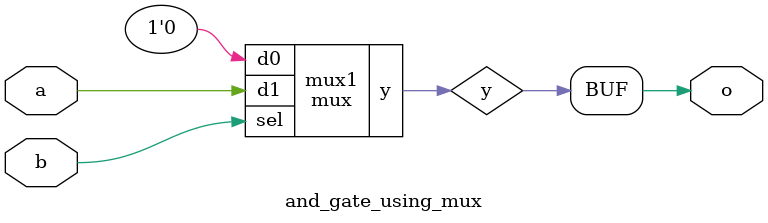
<source format=sv>

module mux
(
  input  d0, d1,
  input  sel,
  output y
);

  assign y = sel ? d1 : d0;

endmodule

//----------------------------------------------------------------------------
// Task
//----------------------------------------------------------------------------

module and_gate_using_mux
(
    input  a,
    input  b,
    output o
);
  wire y;
  // Task:
  // Implement and gate using instance(s) of mux,
  // constants 0 and 1, and wire connections
  mux mux1(.d0(0), .d1(a), .sel(b), .y(y));
  assign o = y;
endmodule

</source>
